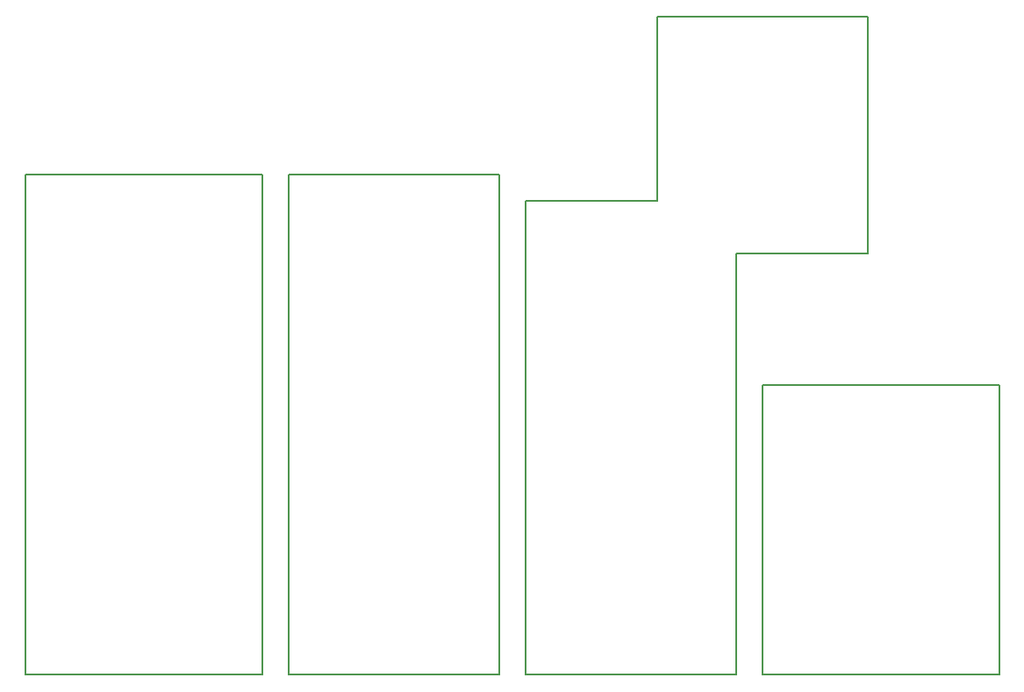
<source format=gbr>
G04 DesignSpark PCB Gerber Version 12.0 Build 5941*
G04 #@! TF.Part,Single*
%FSLAX35Y35*%
%MOIN*%
%ADD15C,0.00500*%
G04 #@! TD.AperFunction*
X0Y0D02*
D02*
D15*
X250Y250D02*
Y190250D01*
X90250D01*
Y250D01*
X250D01*
X100250D02*
Y190250D01*
X180250D01*
Y250D01*
X100250D01*
X280250D02*
X370250D01*
Y110250D01*
X280250D01*
Y250D01*
X320250Y250250D02*
Y160250D01*
X270250D01*
Y250D01*
X190250D01*
Y180250D01*
X240250D01*
Y250250D01*
X320250D01*
X0Y0D02*
M02*

</source>
